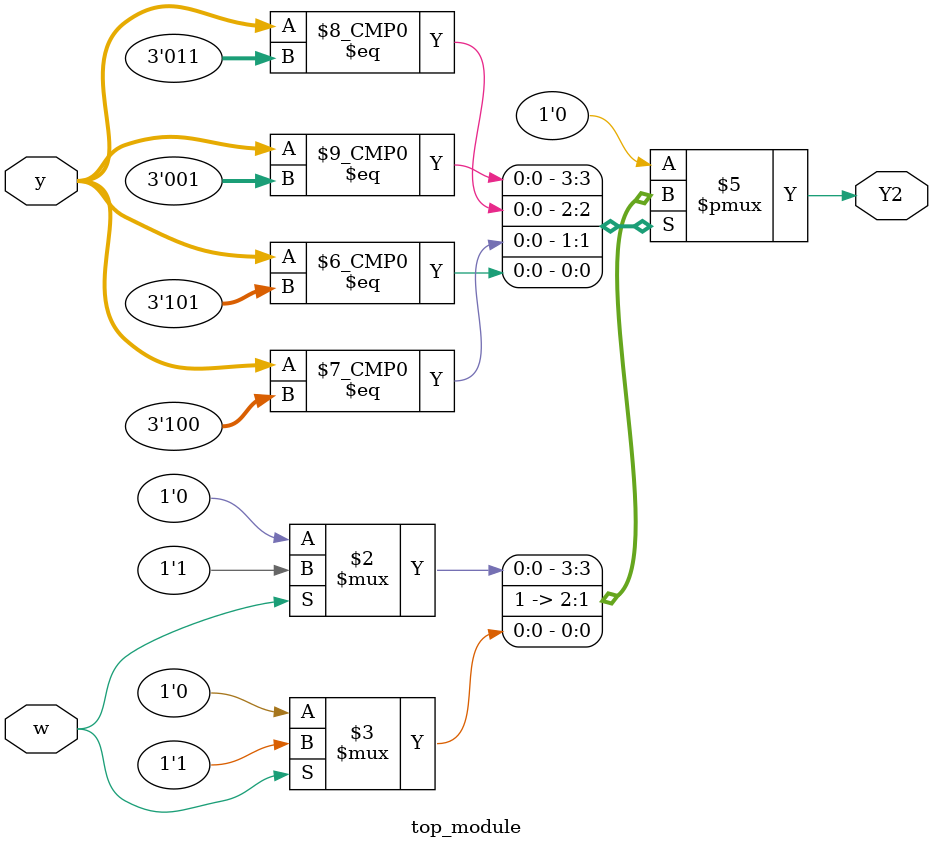
<source format=sv>
module top_module(
    input [3:1] y,
    input w,
    output reg Y2);

    // Define parameter state codes
    parameter A = 3'b000;
    parameter B = 3'b001;
    parameter C = 3'b010;
    parameter D = 3'b011;
    parameter E = 3'b100;
    parameter F = 3'b101;

    always @(*) begin
        case (y)
            A: Y2 = 1'b0;
            B: Y2 = (w) ? 1'b1 : 1'b0; // w decides next state between B and D
            C: Y2 = 1'b0;
            D: Y2 = 1'b1;
            E: Y2 = 1'b1;
            F: Y2 = (w) ? 1'b1 : 1'b0; // w decides next state between F and D
            default: Y2 = 1'b0; // Default case to handle unexpected values
        endcase
    end
endmodule

</source>
